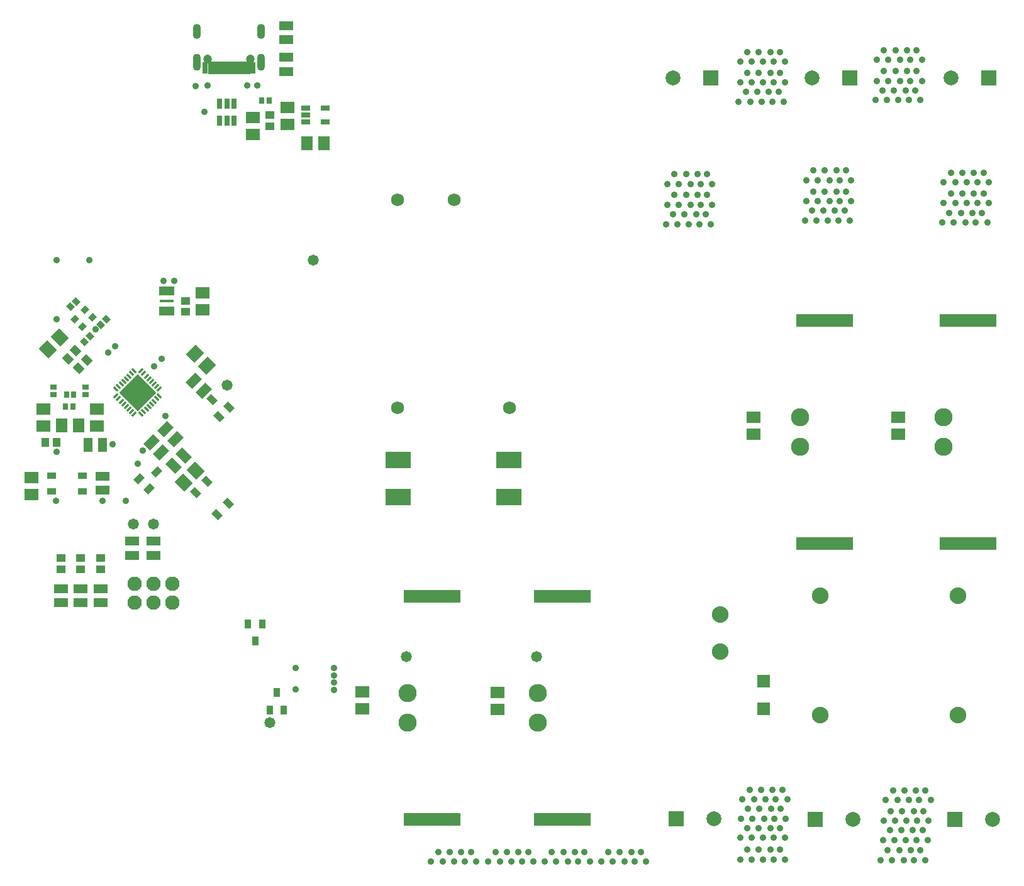
<source format=gts>
G04*
G04 #@! TF.GenerationSoftware,Altium Limited,Altium Designer,23.9.2 (47)*
G04*
G04 Layer_Color=8388736*
%FSLAX25Y25*%
%MOIN*%
G70*
G04*
G04 #@! TF.SameCoordinates,32FA3CAB-4A21-4C27-9538-83D2161AB544*
G04*
G04*
G04 #@! TF.FilePolarity,Negative*
G04*
G01*
G75*
G04:AMPARAMS|DCode=43|XSize=35.43mil|YSize=31.5mil|CornerRadius=1.58mil|HoleSize=0mil|Usage=FLASHONLY|Rotation=225.000|XOffset=0mil|YOffset=0mil|HoleType=Round|Shape=RoundedRectangle|*
%AMROUNDEDRECTD43*
21,1,0.03543,0.02835,0,0,225.0*
21,1,0.03228,0.03150,0,0,225.0*
1,1,0.00315,-0.02144,-0.00139*
1,1,0.00315,0.00139,0.02144*
1,1,0.00315,0.02144,0.00139*
1,1,0.00315,-0.00139,-0.02144*
%
%ADD43ROUNDEDRECTD43*%
G04:AMPARAMS|DCode=50|XSize=33.59mil|YSize=49.34mil|CornerRadius=0mil|HoleSize=0mil|Usage=FLASHONLY|Rotation=225.000|XOffset=0mil|YOffset=0mil|HoleType=Round|Shape=Rectangle|*
%AMROTATEDRECTD50*
4,1,4,-0.00557,0.02932,0.02932,-0.00557,0.00557,-0.02932,-0.02932,0.00557,-0.00557,0.02932,0.0*
%
%ADD50ROTATEDRECTD50*%

%ADD51R,0.03359X0.04934*%
G04:AMPARAMS|DCode=52|XSize=33.59mil|YSize=49.34mil|CornerRadius=0mil|HoleSize=0mil|Usage=FLASHONLY|Rotation=135.000|XOffset=0mil|YOffset=0mil|HoleType=Round|Shape=Rectangle|*
%AMROTATEDRECTD52*
4,1,4,0.02932,0.00557,-0.00557,-0.02932,-0.02932,-0.00557,0.00557,0.02932,0.02932,0.00557,0.0*
%
%ADD52ROTATEDRECTD52*%

%ADD53R,0.02284X0.07008*%
%ADD54R,0.13320X0.08674*%
G04:AMPARAMS|DCode=55|XSize=141.34mil|YSize=141.34mil|CornerRadius=9.55mil|HoleSize=0mil|Usage=FLASHONLY|Rotation=225.000|XOffset=0mil|YOffset=0mil|HoleType=Round|Shape=RoundedRectangle|*
%AMROUNDEDRECTD55*
21,1,0.14134,0.12224,0,0,225.0*
21,1,0.12224,0.14134,0,0,225.0*
1,1,0.01909,-0.08644,0.00000*
1,1,0.01909,0.00000,0.08644*
1,1,0.01909,0.08644,0.00000*
1,1,0.01909,0.00000,-0.08644*
%
%ADD55ROUNDEDRECTD55*%
%ADD56R,0.03162X0.03556*%
G04:AMPARAMS|DCode=57|XSize=47.37mil|YSize=74.93mil|CornerRadius=0mil|HoleSize=0mil|Usage=FLASHONLY|Rotation=315.000|XOffset=0mil|YOffset=0mil|HoleType=Round|Shape=Rectangle|*
%AMROTATEDRECTD57*
4,1,4,-0.04324,-0.00974,0.00974,0.04324,0.04324,0.00974,-0.00974,-0.04324,-0.04324,-0.00974,0.0*
%
%ADD57ROTATEDRECTD57*%

G04:AMPARAMS|DCode=58|XSize=63.12mil|YSize=74.93mil|CornerRadius=0mil|HoleSize=0mil|Usage=FLASHONLY|Rotation=45.000|XOffset=0mil|YOffset=0mil|HoleType=Round|Shape=Rectangle|*
%AMROTATEDRECTD58*
4,1,4,0.00418,-0.04881,-0.04881,0.00418,-0.00418,0.04881,0.04881,-0.00418,0.00418,-0.04881,0.0*
%
%ADD58ROTATEDRECTD58*%

G04:AMPARAMS|DCode=59|XSize=13.78mil|YSize=31.5mil|CornerRadius=2.46mil|HoleSize=0mil|Usage=FLASHONLY|Rotation=45.000|XOffset=0mil|YOffset=0mil|HoleType=Round|Shape=RoundedRectangle|*
%AMROUNDEDRECTD59*
21,1,0.01378,0.02657,0,0,45.0*
21,1,0.00886,0.03150,0,0,45.0*
1,1,0.00492,0.01253,-0.00626*
1,1,0.00492,0.00626,-0.01253*
1,1,0.00492,-0.01253,0.00626*
1,1,0.00492,-0.00626,0.01253*
%
%ADD59ROUNDEDRECTD59*%
G04:AMPARAMS|DCode=60|XSize=13.78mil|YSize=31.5mil|CornerRadius=2.46mil|HoleSize=0mil|Usage=FLASHONLY|Rotation=315.000|XOffset=0mil|YOffset=0mil|HoleType=Round|Shape=RoundedRectangle|*
%AMROUNDEDRECTD60*
21,1,0.01378,0.02657,0,0,315.0*
21,1,0.00886,0.03150,0,0,315.0*
1,1,0.00492,-0.00626,-0.01253*
1,1,0.00492,-0.01253,-0.00626*
1,1,0.00492,0.00626,0.01253*
1,1,0.00492,0.01253,0.00626*
%
%ADD60ROUNDEDRECTD60*%
%ADD61R,0.03556X0.03162*%
%ADD62R,0.02205X0.04567*%
%ADD63R,0.07296X0.01784*%
%ADD64R,0.03950X0.04737*%
%ADD65R,0.07493X0.06312*%
G04:AMPARAMS|DCode=66|XSize=63.12mil|YSize=74.93mil|CornerRadius=0mil|HoleSize=0mil|Usage=FLASHONLY|Rotation=315.000|XOffset=0mil|YOffset=0mil|HoleType=Round|Shape=Rectangle|*
%AMROTATEDRECTD66*
4,1,4,-0.04881,-0.00418,0.00418,0.04881,0.04881,0.00418,-0.00418,-0.04881,-0.04881,-0.00418,0.0*
%
%ADD66ROTATEDRECTD66*%

%ADD67R,0.06312X0.07493*%
G04:AMPARAMS|DCode=68|XSize=39.5mil|YSize=47.37mil|CornerRadius=0mil|HoleSize=0mil|Usage=FLASHONLY|Rotation=45.000|XOffset=0mil|YOffset=0mil|HoleType=Round|Shape=Rectangle|*
%AMROTATEDRECTD68*
4,1,4,0.00278,-0.03071,-0.03071,0.00278,-0.00278,0.03071,0.03071,-0.00278,0.00278,-0.03071,0.0*
%
%ADD68ROTATEDRECTD68*%

%ADD69R,0.04737X0.03950*%
%ADD70R,0.07493X0.04737*%
%ADD71R,0.04934X0.03359*%
%ADD72R,0.03465X0.07008*%
%ADD73R,0.02913X0.06457*%
G04:AMPARAMS|DCode=74|XSize=31.62mil|YSize=35.56mil|CornerRadius=0mil|HoleSize=0mil|Usage=FLASHONLY|Rotation=45.000|XOffset=0mil|YOffset=0mil|HoleType=Round|Shape=Rectangle|*
%AMROTATEDRECTD74*
4,1,4,0.00139,-0.02375,-0.02375,0.00139,-0.00139,0.02375,0.02375,-0.00139,0.00139,-0.02375,0.0*
%
%ADD74ROTATEDRECTD74*%

%ADD75R,0.03162X0.05524*%
%ADD76R,0.04934X0.03162*%
G04:AMPARAMS|DCode=77|XSize=47.37mil|YSize=74.93mil|CornerRadius=0mil|HoleSize=0mil|Usage=FLASHONLY|Rotation=225.000|XOffset=0mil|YOffset=0mil|HoleType=Round|Shape=Rectangle|*
%AMROTATEDRECTD77*
4,1,4,-0.00974,0.04324,0.04324,-0.00974,0.00974,-0.04324,-0.04324,0.00974,-0.00974,0.04324,0.0*
%
%ADD77ROTATEDRECTD77*%

G04:AMPARAMS|DCode=78|XSize=49.34mil|YSize=33.59mil|CornerRadius=0mil|HoleSize=0mil|Usage=FLASHONLY|Rotation=135.000|XOffset=0mil|YOffset=0mil|HoleType=Round|Shape=Rectangle|*
%AMROTATEDRECTD78*
4,1,4,0.02932,-0.00557,0.00557,-0.02932,-0.02932,0.00557,-0.00557,0.02932,0.02932,-0.00557,0.0*
%
%ADD78ROTATEDRECTD78*%

%ADD79R,0.04737X0.07493*%
%ADD80R,0.07099X0.06706*%
%ADD81C,0.09658*%
%ADD82R,0.30328X0.06706*%
%ADD83C,0.07690*%
%ADD84C,0.04724*%
%ADD85O,0.04331X0.09055*%
%ADD86O,0.04331X0.07874*%
%ADD87C,0.06800*%
%ADD88C,0.08800*%
%ADD89C,0.07887*%
%ADD90R,0.07887X0.07887*%
%ADD91C,0.03556*%
%ADD92C,0.05800*%
D43*
X67608Y304247D02*
D03*
X62458Y299097D02*
D03*
X71645Y300210D02*
D03*
X66494Y295060D02*
D03*
D50*
X134987Y256351D02*
D03*
X144035Y252593D02*
D03*
X138746Y247304D02*
D03*
D51*
X157874Y128543D02*
D03*
X154134Y137598D02*
D03*
X161614D02*
D03*
X169291Y100984D02*
D03*
X173031Y91929D02*
D03*
X165551D02*
D03*
D52*
X105564Y218162D02*
D03*
X101805Y209115D02*
D03*
X96516Y214404D02*
D03*
D53*
X145083Y432350D02*
D03*
X147051D02*
D03*
X141146D02*
D03*
X143114D02*
D03*
X150988D02*
D03*
X149020D02*
D03*
X137209D02*
D03*
X139177D02*
D03*
D54*
X233858Y224410D02*
D03*
Y204724D02*
D03*
X292520Y224410D02*
D03*
Y204724D02*
D03*
D55*
X95638Y260173D02*
D03*
D56*
X61417Y252756D02*
D03*
X57480D02*
D03*
X57874Y259055D02*
D03*
X61811D02*
D03*
X165354Y414961D02*
D03*
X161417D02*
D03*
D57*
X110347Y240834D02*
D03*
X115637Y235544D02*
D03*
X125348Y266463D02*
D03*
X130638Y261173D02*
D03*
X108157Y228458D02*
D03*
X102867Y233747D02*
D03*
D58*
X120046Y212566D02*
D03*
X126410Y218930D02*
D03*
X54363Y289402D02*
D03*
X47999Y283038D02*
D03*
D59*
X84085Y261983D02*
D03*
X85477Y263375D02*
D03*
X86869Y264767D02*
D03*
X88261Y266159D02*
D03*
X89653Y267550D02*
D03*
X91044Y268942D02*
D03*
X92436Y270334D02*
D03*
X93828Y271726D02*
D03*
X107191Y258364D02*
D03*
X105799Y256972D02*
D03*
X104407Y255580D02*
D03*
X103015Y254188D02*
D03*
X101623Y252796D02*
D03*
X100231Y251404D02*
D03*
X98839Y250012D02*
D03*
X97447Y248620D02*
D03*
D60*
Y271726D02*
D03*
X98839Y270334D02*
D03*
X100231Y268942D02*
D03*
X101623Y267550D02*
D03*
X103015Y266159D02*
D03*
X104407Y264767D02*
D03*
X105799Y263375D02*
D03*
X107191Y261983D02*
D03*
X93828Y248620D02*
D03*
X92436Y250012D02*
D03*
X91044Y251404D02*
D03*
X89652Y252796D02*
D03*
X88261Y254188D02*
D03*
X86869Y255580D02*
D03*
X85477Y256972D02*
D03*
X84085Y258364D02*
D03*
D61*
X68110Y259055D02*
D03*
Y262992D02*
D03*
X51181D02*
D03*
Y259055D02*
D03*
D62*
X108071Y313976D02*
D03*
X110039D02*
D03*
X112008D02*
D03*
X113976D02*
D03*
X108071Y303346D02*
D03*
X110039D02*
D03*
X112008D02*
D03*
X113976D02*
D03*
D63*
X111024Y308661D02*
D03*
D64*
X52559Y233661D02*
D03*
X46654D02*
D03*
D65*
X45669Y251350D02*
D03*
Y242350D02*
D03*
X74016Y251350D02*
D03*
Y242350D02*
D03*
X129921Y304219D02*
D03*
Y313219D02*
D03*
X39370Y215130D02*
D03*
Y206130D02*
D03*
X175197Y411587D02*
D03*
Y402587D02*
D03*
X156693Y406102D02*
D03*
Y397102D02*
D03*
X498819Y238020D02*
D03*
Y247020D02*
D03*
X422047Y238020D02*
D03*
Y247020D02*
D03*
X286221Y91957D02*
D03*
Y100957D02*
D03*
X214567Y92350D02*
D03*
Y101350D02*
D03*
D66*
X132316Y274377D02*
D03*
X125952Y280741D02*
D03*
D67*
X55343Y242941D02*
D03*
X64342D02*
D03*
X194264Y392520D02*
D03*
X185264D02*
D03*
D68*
X68623Y277285D02*
D03*
X64447Y273109D02*
D03*
X62718Y282403D02*
D03*
X58542Y278227D02*
D03*
D69*
X120866Y303038D02*
D03*
Y308943D02*
D03*
X76032Y166405D02*
D03*
Y172311D02*
D03*
X65531Y166405D02*
D03*
Y172311D02*
D03*
X55032Y166405D02*
D03*
Y172311D02*
D03*
X165748Y407283D02*
D03*
Y401378D02*
D03*
D70*
X77165Y208437D02*
D03*
Y215917D02*
D03*
X92638Y173933D02*
D03*
Y181413D02*
D03*
X104138Y173933D02*
D03*
Y181413D02*
D03*
X174409Y437992D02*
D03*
Y430512D02*
D03*
Y447441D02*
D03*
Y454921D02*
D03*
X76032Y156102D02*
D03*
Y148622D02*
D03*
X65531Y156102D02*
D03*
Y148622D02*
D03*
X55118Y156102D02*
D03*
Y148622D02*
D03*
D71*
X66437Y207754D02*
D03*
X50098D02*
D03*
X66437Y216219D02*
D03*
X50098D02*
D03*
D72*
X153547Y432350D02*
D03*
X134650D02*
D03*
D73*
X156697D02*
D03*
X131500D02*
D03*
D74*
X67506Y287191D02*
D03*
X70290Y289975D02*
D03*
X60159Y305762D02*
D03*
X62943Y308545D02*
D03*
X76167Y296246D02*
D03*
X78951Y299030D02*
D03*
D75*
X139173Y404528D02*
D03*
X142913D02*
D03*
X146653D02*
D03*
Y413583D02*
D03*
X142913D02*
D03*
X139173D02*
D03*
D76*
X184547Y411221D02*
D03*
Y407480D02*
D03*
Y403740D02*
D03*
X194980D02*
D03*
Y411221D02*
D03*
D77*
X114678Y221371D02*
D03*
X119967Y226660D02*
D03*
D78*
X137823Y195562D02*
D03*
X126270Y207115D02*
D03*
X143809Y201547D02*
D03*
X132255Y213100D02*
D03*
D79*
X69488Y232283D02*
D03*
X76968D02*
D03*
D80*
X427315Y107008D02*
D03*
Y92441D02*
D03*
D81*
X446815Y247189D02*
D03*
Y231441D02*
D03*
X307665Y85126D02*
D03*
Y100874D02*
D03*
X238665Y85126D02*
D03*
Y100874D02*
D03*
X522815Y231441D02*
D03*
Y247189D02*
D03*
D82*
X459807Y298370D02*
D03*
Y180260D02*
D03*
X320657Y33945D02*
D03*
Y152055D02*
D03*
X251658Y33945D02*
D03*
Y152055D02*
D03*
X535807Y180260D02*
D03*
Y298370D02*
D03*
D83*
X94138Y158673D02*
D03*
Y148673D02*
D03*
X114138Y158673D02*
D03*
X104138D02*
D03*
Y148673D02*
D03*
X114138D02*
D03*
D84*
X132681Y437272D02*
D03*
X155516D02*
D03*
D85*
X161126Y435303D02*
D03*
X127071D02*
D03*
D86*
Y451839D02*
D03*
X161126D02*
D03*
D87*
X263409Y362287D02*
D03*
X233488D02*
D03*
X292543Y252051D02*
D03*
X233488D02*
D03*
D88*
X404315Y142441D02*
D03*
Y122756D02*
D03*
X457315Y89252D02*
D03*
Y152441D02*
D03*
X530315Y89252D02*
D03*
Y152441D02*
D03*
D89*
X401094Y34035D02*
D03*
X379244Y427035D02*
D03*
X474838Y33858D02*
D03*
X452988Y427035D02*
D03*
X548583Y33858D02*
D03*
X526732Y427035D02*
D03*
D90*
X381094Y34035D02*
D03*
X399244Y427035D02*
D03*
X454839Y33858D02*
D03*
X472988Y427035D02*
D03*
X528583Y33858D02*
D03*
X546732Y427035D02*
D03*
D91*
X535039Y371654D02*
D03*
X528937D02*
D03*
X522835D02*
D03*
X526575Y376772D02*
D03*
X532677D02*
D03*
X538779D02*
D03*
X540551Y371654D02*
D03*
X546654D02*
D03*
X543898Y376772D02*
D03*
X535039Y360630D02*
D03*
X528937D02*
D03*
X522835D02*
D03*
X526575Y365748D02*
D03*
X532677D02*
D03*
X538779D02*
D03*
X540551Y360630D02*
D03*
X546654D02*
D03*
X543898Y365748D02*
D03*
X534252Y350394D02*
D03*
X528150D02*
D03*
X522047D02*
D03*
X525787Y355512D02*
D03*
X531890D02*
D03*
X537992D02*
D03*
X539764Y350394D02*
D03*
X545866D02*
D03*
X543110Y355512D02*
D03*
X462205Y372835D02*
D03*
X456102D02*
D03*
X450000D02*
D03*
X453740Y377953D02*
D03*
X459842D02*
D03*
X465945D02*
D03*
X467717Y372835D02*
D03*
X473819D02*
D03*
X471063Y377953D02*
D03*
X462205Y361811D02*
D03*
X456102D02*
D03*
X450000D02*
D03*
X453740Y366929D02*
D03*
X459842D02*
D03*
X465945D02*
D03*
X467717Y361811D02*
D03*
X473819D02*
D03*
X471063Y366929D02*
D03*
X461417Y351575D02*
D03*
X455315D02*
D03*
X449213D02*
D03*
X452953Y356693D02*
D03*
X459055D02*
D03*
X465158D02*
D03*
X466929Y351575D02*
D03*
X473032D02*
D03*
X470276Y356693D02*
D03*
X388583Y370866D02*
D03*
X382480D02*
D03*
X376378D02*
D03*
X380118Y375984D02*
D03*
X386221D02*
D03*
X392323D02*
D03*
X394094Y370866D02*
D03*
X400197D02*
D03*
X397441Y375984D02*
D03*
X388583Y359842D02*
D03*
X382480D02*
D03*
X376378D02*
D03*
X380118Y364961D02*
D03*
X386221D02*
D03*
X392323D02*
D03*
X394094Y359842D02*
D03*
X400197D02*
D03*
X397441Y364961D02*
D03*
X387795Y349606D02*
D03*
X381693D02*
D03*
X375590D02*
D03*
X379331Y354724D02*
D03*
X385433D02*
D03*
X391535D02*
D03*
X393307Y349606D02*
D03*
X399409D02*
D03*
X396654Y354724D02*
D03*
X427165Y435827D02*
D03*
X421063D02*
D03*
X414961D02*
D03*
X418701Y440945D02*
D03*
X424803D02*
D03*
X430905D02*
D03*
X432677Y435827D02*
D03*
X438779D02*
D03*
X436024Y440945D02*
D03*
X427165Y424803D02*
D03*
X421063D02*
D03*
X414961D02*
D03*
X418701Y429921D02*
D03*
X424803D02*
D03*
X430905D02*
D03*
X432677Y424803D02*
D03*
X438779D02*
D03*
X436024Y429921D02*
D03*
X426378Y414567D02*
D03*
X420276D02*
D03*
X414173D02*
D03*
X417913Y419685D02*
D03*
X424016D02*
D03*
X430118D02*
D03*
X431890Y414567D02*
D03*
X437992D02*
D03*
X435236Y419685D02*
D03*
X507677Y420472D02*
D03*
X510433Y415354D02*
D03*
X504331D02*
D03*
X502559Y420472D02*
D03*
X496457D02*
D03*
X490354D02*
D03*
X486614Y415354D02*
D03*
X492717D02*
D03*
X498819D02*
D03*
X508465Y430709D02*
D03*
X511221Y425591D02*
D03*
X505118D02*
D03*
X503346Y430709D02*
D03*
X497244D02*
D03*
X491142D02*
D03*
X487402Y425591D02*
D03*
X493504D02*
D03*
X499606D02*
D03*
X508465Y441732D02*
D03*
X511221Y436614D02*
D03*
X505118D02*
D03*
X503346Y441732D02*
D03*
X497244D02*
D03*
X491142D02*
D03*
X487402Y436614D02*
D03*
X493504D02*
D03*
X499606D02*
D03*
X263386Y11417D02*
D03*
X257283D02*
D03*
X251181D02*
D03*
X254921Y16535D02*
D03*
X261024D02*
D03*
X267126D02*
D03*
X268898Y11417D02*
D03*
X275000D02*
D03*
X272244Y16535D02*
D03*
X293701Y11417D02*
D03*
X287598D02*
D03*
X281496D02*
D03*
X285236Y16535D02*
D03*
X291339D02*
D03*
X297441D02*
D03*
X299213Y11417D02*
D03*
X305315D02*
D03*
X302559Y16535D02*
D03*
X323622Y11417D02*
D03*
X317520D02*
D03*
X311417D02*
D03*
X315158Y16535D02*
D03*
X321260D02*
D03*
X327362D02*
D03*
X329134Y11417D02*
D03*
X335236D02*
D03*
X332480Y16535D02*
D03*
X353543Y11417D02*
D03*
X347441D02*
D03*
X341339D02*
D03*
X345079Y16535D02*
D03*
X351181D02*
D03*
X357283D02*
D03*
X359055Y11417D02*
D03*
X365158D02*
D03*
X362402Y16535D02*
D03*
X504331Y44094D02*
D03*
X498228D02*
D03*
X492126D02*
D03*
X495866Y49213D02*
D03*
X501968D02*
D03*
X508071D02*
D03*
X509842Y44094D02*
D03*
X515945D02*
D03*
X513189Y49213D02*
D03*
X503150Y33071D02*
D03*
X497047D02*
D03*
X490945D02*
D03*
X494685Y38189D02*
D03*
X500787D02*
D03*
X506890D02*
D03*
X508661Y33071D02*
D03*
X514764D02*
D03*
X512008Y38189D02*
D03*
X502756Y22835D02*
D03*
X496654D02*
D03*
X490551D02*
D03*
X494291Y27953D02*
D03*
X500394D02*
D03*
X506496D02*
D03*
X508268Y22835D02*
D03*
X514370D02*
D03*
X511614Y27953D02*
D03*
X501575Y12205D02*
D03*
X495472D02*
D03*
X489370D02*
D03*
X493110Y17323D02*
D03*
X499213D02*
D03*
X505315D02*
D03*
X507087Y12205D02*
D03*
X513189D02*
D03*
X510433Y17323D02*
D03*
X428346Y44488D02*
D03*
X422244D02*
D03*
X416142D02*
D03*
X419882Y49606D02*
D03*
X425984D02*
D03*
X432087D02*
D03*
X433858Y44488D02*
D03*
X439961D02*
D03*
X437205Y49606D02*
D03*
X427559Y34252D02*
D03*
X421457D02*
D03*
X415354D02*
D03*
X419095Y39370D02*
D03*
X425197D02*
D03*
X431299D02*
D03*
X433071Y34252D02*
D03*
X439173D02*
D03*
X436417Y39370D02*
D03*
X427165Y24016D02*
D03*
X421063D02*
D03*
X414961D02*
D03*
X418701Y29134D02*
D03*
X424803D02*
D03*
X430905D02*
D03*
X432677Y24016D02*
D03*
X438779D02*
D03*
X436024Y29134D02*
D03*
Y17717D02*
D03*
X438779Y12598D02*
D03*
X432677D02*
D03*
X430905Y17717D02*
D03*
X424803D02*
D03*
X418701D02*
D03*
X414961Y12598D02*
D03*
X421063D02*
D03*
X427165D02*
D03*
X89370Y202756D02*
D03*
X70079Y330315D02*
D03*
X52756Y299213D02*
D03*
Y330315D02*
D03*
X52362Y202756D02*
D03*
X77165Y202756D02*
D03*
X52756Y228740D02*
D03*
X95669Y222441D02*
D03*
X179526Y114173D02*
D03*
X199606D02*
D03*
X73228Y293701D02*
D03*
X110236Y247638D02*
D03*
X179526Y102734D02*
D03*
X82284Y232677D02*
D03*
X98425Y229528D02*
D03*
X199606Y102362D02*
D03*
Y106299D02*
D03*
Y110236D02*
D03*
X80172Y281328D02*
D03*
X83858Y284646D02*
D03*
X131102Y409055D02*
D03*
X132809Y423028D02*
D03*
X126378Y422835D02*
D03*
X159187Y423028D02*
D03*
X153547D02*
D03*
X114961Y319291D02*
D03*
X109449D02*
D03*
X108268Y277953D02*
D03*
X104331Y274016D02*
D03*
D92*
X188583Y330315D02*
D03*
X165748Y85039D02*
D03*
X238189Y120079D02*
D03*
X307087D02*
D03*
X103937Y190551D02*
D03*
X142913Y264173D02*
D03*
X93307Y190551D02*
D03*
M02*

</source>
